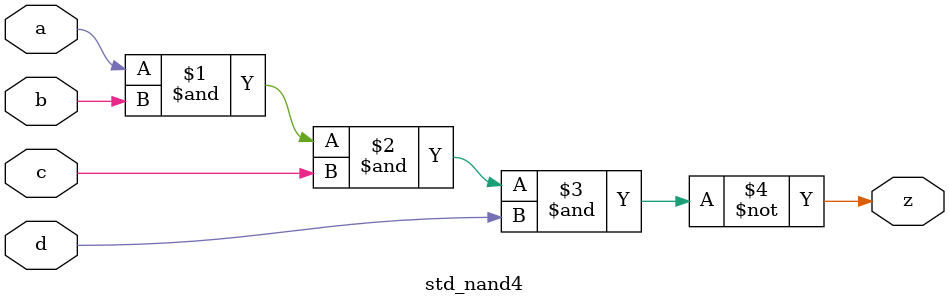
<source format=sv>

module std_nand4 #(parameter DW = 1 ) // array width
(
	input [DW-1:0]  a,
	input [DW-1:0]  b,
	input [DW-1:0]  c,
	input [DW-1:0]  d, 
	output [DW-1:0] z
);

assign z = ~(a & b & c & d);

endmodule

</source>
